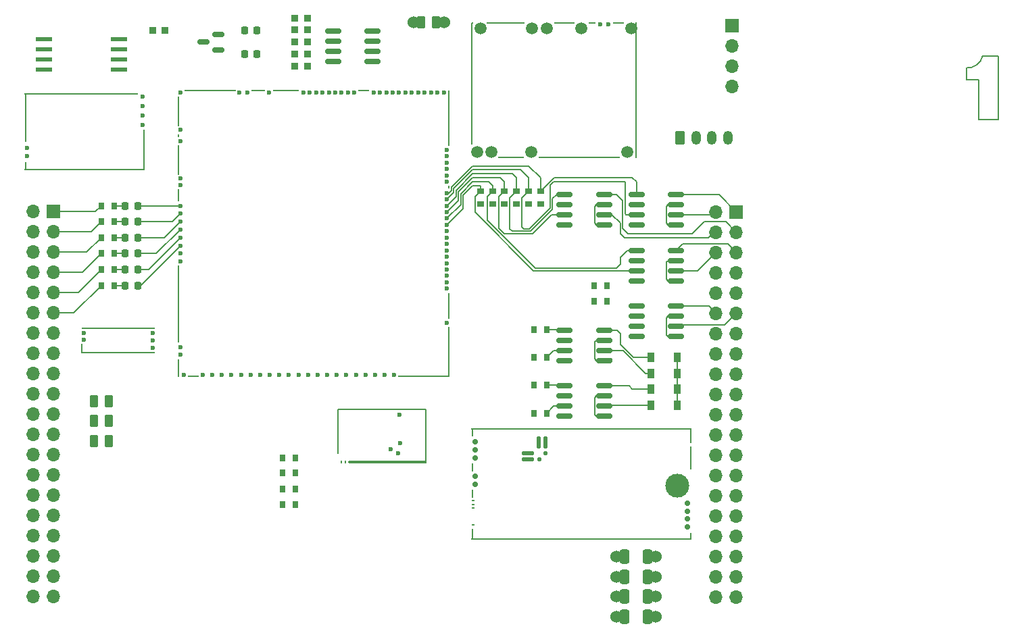
<source format=gbr>
%TF.GenerationSoftware,KiCad,Pcbnew,8.0.7*%
%TF.CreationDate,2024-12-26T23:24:23+03:00*%
%TF.ProjectId,uaefi,75616566-692e-46b6-9963-61645f706362,D*%
%TF.SameCoordinates,Original*%
%TF.FileFunction,Copper,L1,Top*%
%TF.FilePolarity,Positive*%
%FSLAX46Y46*%
G04 Gerber Fmt 4.6, Leading zero omitted, Abs format (unit mm)*
G04 Created by KiCad (PCBNEW 8.0.7) date 2024-12-26 23:24:23*
%MOMM*%
%LPD*%
G01*
G04 APERTURE LIST*
G04 Aperture macros list*
%AMRoundRect*
0 Rectangle with rounded corners*
0 $1 Rounding radius*
0 $2 $3 $4 $5 $6 $7 $8 $9 X,Y pos of 4 corners*
0 Add a 4 corners polygon primitive as box body*
4,1,4,$2,$3,$4,$5,$6,$7,$8,$9,$2,$3,0*
0 Add four circle primitives for the rounded corners*
1,1,$1+$1,$2,$3*
1,1,$1+$1,$4,$5*
1,1,$1+$1,$6,$7*
1,1,$1+$1,$8,$9*
0 Add four rect primitives between the rounded corners*
20,1,$1+$1,$2,$3,$4,$5,0*
20,1,$1+$1,$4,$5,$6,$7,0*
20,1,$1+$1,$6,$7,$8,$9,0*
20,1,$1+$1,$8,$9,$2,$3,0*%
G04 Aperture macros list end*
%TA.AperFunction,EtchedComponent*%
%ADD10C,0.200000*%
%TD*%
%TA.AperFunction,SMDPad,CuDef*%
%ADD11RoundRect,0.085000X-0.340000X-0.340000X0.340000X-0.340000X0.340000X0.340000X-0.340000X0.340000X0*%
%TD*%
%TA.AperFunction,SMDPad,CuDef*%
%ADD12RoundRect,0.070000X-0.280000X-0.390000X0.280000X-0.390000X0.280000X0.390000X-0.280000X0.390000X0*%
%TD*%
%TA.AperFunction,ComponentPad*%
%ADD13C,1.500000*%
%TD*%
%TA.AperFunction,ComponentPad*%
%ADD14C,0.600000*%
%TD*%
%TA.AperFunction,SMDPad,CuDef*%
%ADD15O,3.300000X0.200000*%
%TD*%
%TA.AperFunction,SMDPad,CuDef*%
%ADD16O,10.200000X0.200000*%
%TD*%
%TA.AperFunction,SMDPad,CuDef*%
%ADD17O,0.300000X0.200000*%
%TD*%
%TA.AperFunction,SMDPad,CuDef*%
%ADD18O,0.200000X17.000000*%
%TD*%
%TA.AperFunction,SMDPad,CuDef*%
%ADD19O,0.200000X15.400000*%
%TD*%
%TA.AperFunction,SMDPad,CuDef*%
%ADD20O,4.800000X0.200000*%
%TD*%
%TA.AperFunction,SMDPad,CuDef*%
%ADD21O,2.600000X0.200000*%
%TD*%
%TA.AperFunction,SMDPad,CuDef*%
%ADD22O,1.000000X0.200000*%
%TD*%
%TA.AperFunction,SMDPad,CuDef*%
%ADD23O,1.500000X0.200000*%
%TD*%
%TA.AperFunction,SMDPad,CuDef*%
%ADD24RoundRect,0.218750X-0.218750X-0.256250X0.218750X-0.256250X0.218750X0.256250X-0.218750X0.256250X0*%
%TD*%
%TA.AperFunction,SMDPad,CuDef*%
%ADD25RoundRect,0.070000X0.390000X-0.280000X0.390000X0.280000X-0.390000X0.280000X-0.390000X-0.280000X0*%
%TD*%
%TA.AperFunction,ComponentPad*%
%ADD26R,1.700000X1.700000*%
%TD*%
%TA.AperFunction,ComponentPad*%
%ADD27O,1.700000X1.700000*%
%TD*%
%TA.AperFunction,ComponentPad*%
%ADD28RoundRect,0.250000X-0.350000X-0.625000X0.350000X-0.625000X0.350000X0.625000X-0.350000X0.625000X0*%
%TD*%
%TA.AperFunction,ComponentPad*%
%ADD29O,1.200000X1.750000*%
%TD*%
%TA.AperFunction,SMDPad,CuDef*%
%ADD30RoundRect,0.100000X-0.400000X-0.625000X0.400000X-0.625000X0.400000X0.625000X-0.400000X0.625000X0*%
%TD*%
%TA.AperFunction,SMDPad,CuDef*%
%ADD31RoundRect,0.150000X-0.825000X-0.150000X0.825000X-0.150000X0.825000X0.150000X-0.825000X0.150000X0*%
%TD*%
%TA.AperFunction,SMDPad,CuDef*%
%ADD32RoundRect,0.090000X0.360000X0.510000X-0.360000X0.510000X-0.360000X-0.510000X0.360000X-0.510000X0*%
%TD*%
%TA.AperFunction,SMDPad,CuDef*%
%ADD33O,0.200000X1.225000*%
%TD*%
%TA.AperFunction,SMDPad,CuDef*%
%ADD34O,9.300000X0.200000*%
%TD*%
%TA.AperFunction,ComponentPad*%
%ADD35C,1.524000*%
%TD*%
%TA.AperFunction,SMDPad,CuDef*%
%ADD36RoundRect,0.230000X-0.345000X0.670000X-0.345000X-0.670000X0.345000X-0.670000X0.345000X0.670000X0*%
%TD*%
%TA.AperFunction,SMDPad,CuDef*%
%ADD37RoundRect,0.150000X0.587500X0.150000X-0.587500X0.150000X-0.587500X-0.150000X0.587500X-0.150000X0*%
%TD*%
%TA.AperFunction,SMDPad,CuDef*%
%ADD38O,0.200000X5.669999*%
%TD*%
%TA.AperFunction,SMDPad,CuDef*%
%ADD39O,11.100001X0.200000*%
%TD*%
%TA.AperFunction,SMDPad,CuDef*%
%ADD40O,9.800001X0.399999*%
%TD*%
%TA.AperFunction,SMDPad,CuDef*%
%ADD41O,0.499999X0.250000*%
%TD*%
%TA.AperFunction,SMDPad,CuDef*%
%ADD42O,0.200000X6.799999*%
%TD*%
%TA.AperFunction,SMDPad,CuDef*%
%ADD43O,0.250000X0.499999*%
%TD*%
%TA.AperFunction,ComponentPad*%
%ADD44C,0.599999*%
%TD*%
%TA.AperFunction,SMDPad,CuDef*%
%ADD45R,0.200000X3.700000*%
%TD*%
%TA.AperFunction,SMDPad,CuDef*%
%ADD46R,0.200000X0.400000*%
%TD*%
%TA.AperFunction,SMDPad,CuDef*%
%ADD47R,0.200000X1.600000*%
%TD*%
%TA.AperFunction,SMDPad,CuDef*%
%ADD48R,0.200000X9.700000*%
%TD*%
%TA.AperFunction,SMDPad,CuDef*%
%ADD49R,0.200000X2.300000*%
%TD*%
%TA.AperFunction,SMDPad,CuDef*%
%ADD50R,1.400000X0.200000*%
%TD*%
%TA.AperFunction,SMDPad,CuDef*%
%ADD51R,6.400000X0.200000*%
%TD*%
%TA.AperFunction,SMDPad,CuDef*%
%ADD52R,1.700000X0.200000*%
%TD*%
%TA.AperFunction,SMDPad,CuDef*%
%ADD53R,3.300000X0.200000*%
%TD*%
%TA.AperFunction,SMDPad,CuDef*%
%ADD54R,0.200000X7.000000*%
%TD*%
%TA.AperFunction,SMDPad,CuDef*%
%ADD55R,0.200000X3.300000*%
%TD*%
%TA.AperFunction,SMDPad,CuDef*%
%ADD56R,0.200000X6.300000*%
%TD*%
%TA.AperFunction,SMDPad,CuDef*%
%ADD57RoundRect,0.100000X0.400000X0.625000X-0.400000X0.625000X-0.400000X-0.625000X0.400000X-0.625000X0*%
%TD*%
%TA.AperFunction,SMDPad,CuDef*%
%ADD58RoundRect,0.041300X-0.968700X-0.253700X0.968700X-0.253700X0.968700X0.253700X-0.968700X0.253700X0*%
%TD*%
%TA.AperFunction,SMDPad,CuDef*%
%ADD59RoundRect,0.230000X0.345000X-0.670000X0.345000X0.670000X-0.345000X0.670000X-0.345000X-0.670000X0*%
%TD*%
%TA.AperFunction,ComponentPad*%
%ADD60C,0.700000*%
%TD*%
%TA.AperFunction,SMDPad,CuDef*%
%ADD61C,3.000000*%
%TD*%
%TA.AperFunction,SMDPad,CuDef*%
%ADD62R,0.250000X3.000000*%
%TD*%
%TA.AperFunction,SMDPad,CuDef*%
%ADD63R,0.250000X1.100000*%
%TD*%
%TA.AperFunction,SMDPad,CuDef*%
%ADD64R,0.250000X0.980000*%
%TD*%
%TA.AperFunction,SMDPad,CuDef*%
%ADD65R,0.250000X1.450000*%
%TD*%
%TA.AperFunction,SMDPad,CuDef*%
%ADD66R,27.600000X0.250000*%
%TD*%
%TA.AperFunction,SMDPad,CuDef*%
%ADD67R,0.250000X1.950000*%
%TD*%
%TA.AperFunction,SMDPad,CuDef*%
%ADD68R,0.250000X0.950000*%
%TD*%
%TA.AperFunction,SMDPad,CuDef*%
%ADD69RoundRect,0.125000X0.125000X0.625000X-0.125000X0.625000X-0.125000X-0.625000X0.125000X-0.625000X0*%
%TD*%
%TA.AperFunction,SMDPad,CuDef*%
%ADD70RoundRect,0.125000X0.625000X0.125000X-0.625000X0.125000X-0.625000X-0.125000X0.625000X-0.125000X0*%
%TD*%
%TA.AperFunction,SMDPad,CuDef*%
%ADD71RoundRect,0.125000X-0.125000X0.125000X-0.125000X-0.125000X0.125000X-0.125000X0.125000X0.125000X0*%
%TD*%
%TA.AperFunction,SMDPad,CuDef*%
%ADD72RoundRect,0.125000X0.125000X0.125000X-0.125000X0.125000X-0.125000X-0.125000X0.125000X-0.125000X0*%
%TD*%
%TA.AperFunction,SMDPad,CuDef*%
%ADD73RoundRect,0.125000X-0.125000X-0.000010X0.125000X-0.000010X0.125000X0.000010X-0.125000X0.000010X0*%
%TD*%
%TA.AperFunction,SMDPad,CuDef*%
%ADD74R,0.250000X6.185000*%
%TD*%
%TA.AperFunction,SMDPad,CuDef*%
%ADD75R,0.250000X1.115000*%
%TD*%
%TA.AperFunction,SMDPad,CuDef*%
%ADD76R,14.275000X0.250000*%
%TD*%
%TA.AperFunction,SMDPad,CuDef*%
%ADD77R,15.100000X0.250000*%
%TD*%
%TA.AperFunction,SMDPad,CuDef*%
%ADD78R,0.250000X5.175000*%
%TD*%
%TA.AperFunction,Conductor*%
%ADD79C,0.150000*%
%TD*%
G04 APERTURE END LIST*
D10*
%TO.C,G2*%
X193400409Y-53727092D02*
X193400409Y-52227092D01*
X193400409Y-53727092D02*
X194900409Y-53727092D01*
X194900409Y-53727092D02*
X194900409Y-58727092D01*
X194900409Y-58727092D02*
X197400409Y-58727092D01*
X197400409Y-50727092D02*
X195400409Y-50727092D01*
X197400409Y-58727092D02*
X197400409Y-50727092D01*
X195400409Y-50727092D02*
G75*
G02*
X193400409Y-52227092I-1921601J478801D01*
G01*
%TD*%
D11*
%TO.P,C28,1*%
%TO.N,GND*%
X109209999Y-46000000D03*
%TO.P,C28,2*%
%TO.N,Net-(U4-T-)*%
X110790001Y-46000000D03*
%TD*%
D12*
%TO.P,R12,1*%
%TO.N,GND*%
X139200000Y-85000000D03*
%TO.P,R12,2*%
%TO.N,/LS3*%
X140800000Y-85000000D03*
%TD*%
D13*
%TO.P,M1,E1,VBAT*%
%TO.N,/VBAT*%
X132500000Y-47250002D03*
%TO.P,M1,E2,V12*%
%TO.N,unconnected-(M1-V12-PadE2)*%
X138899997Y-47250002D03*
%TO.P,M1,E3,VIGN*%
%TO.N,/VIGN*%
X140800000Y-47250002D03*
%TO.P,M1,E4,V5*%
%TO.N,+5V*%
X145100000Y-47250002D03*
D14*
%TO.P,M1,E5,EN_5VP*%
%TO.N,/PWR_EN*%
X147499997Y-46800003D03*
%TO.P,M1,E6,PG_5VP*%
%TO.N,Net-(M1-PG_5VP)*%
X148499998Y-46800003D03*
D15*
%TO.P,M1,S1,GND*%
%TO.N,GND*%
X136350000Y-63399998D03*
D16*
X144849998Y-63399998D03*
D17*
X151950000Y-63399998D03*
D18*
X152000000Y-55000000D03*
D19*
X131400000Y-54199999D03*
D13*
X151350000Y-47250002D03*
D17*
X131450000Y-46600001D03*
D20*
X135649998Y-46600001D03*
D21*
X143000000Y-46600001D03*
D22*
X146499997Y-46600001D03*
D23*
X149799998Y-46600001D03*
D13*
%TO.P,M1,V1,V12_PERM*%
%TO.N,+12V_RAW*%
X132049998Y-62749999D03*
%TO.P,M1,V2,IN_VIGN*%
%TO.N,/IN_VIGN*%
X133899997Y-62749999D03*
%TO.P,M1,V3,V12_RAW*%
%TO.N,+12V_RAW*%
X138850000Y-62749999D03*
%TO.P,M1,V4,5VP*%
%TO.N,+5VP*%
X150899998Y-62749999D03*
%TD*%
D24*
%TO.P,F6,1*%
%TO.N,Net-(F6-Pad1)*%
X88000000Y-69500000D03*
%TO.P,F6,2*%
%TO.N,/IGN1*%
X89575000Y-69500000D03*
%TD*%
D25*
%TO.P,R33,1*%
%TO.N,GND*%
X134000000Y-69300000D03*
%TO.P,R33,2*%
%TO.N,/INJ5*%
X134000000Y-67700000D03*
%TD*%
D26*
%TO.P,BLUETOOTH1,1,Pin_1*%
%TO.N,/BT_TX*%
X164000000Y-46960000D03*
D27*
%TO.P,BLUETOOTH1,2,Pin_2*%
%TO.N,/BT_RX*%
X164000000Y-49500000D03*
%TO.P,BLUETOOTH1,3,Pin_3*%
%TO.N,GND*%
X164000000Y-52040000D03*
%TO.P,BLUETOOTH1,4,Pin_4*%
%TO.N,+5VA*%
X164000000Y-54580000D03*
%TD*%
D12*
%TO.P,R10,1*%
%TO.N,GND*%
X139200000Y-92000000D03*
%TO.P,R10,2*%
%TO.N,/LS1*%
X140800000Y-92000000D03*
%TD*%
D24*
%TO.P,L1,1,1*%
%TO.N,/EGT+*%
X102925000Y-47500000D03*
%TO.P,L1,2,2*%
%TO.N,Net-(U4-T+)*%
X104500000Y-47500000D03*
%TD*%
D28*
%TO.P,USB1,1,Pin_1*%
%TO.N,GND*%
X157500000Y-61000000D03*
D29*
%TO.P,USB1,2,Pin_2*%
%TO.N,/USB+*%
X159500000Y-61000000D03*
%TO.P,USB1,3,Pin_3*%
%TO.N,/USB-*%
X161500000Y-61000000D03*
%TO.P,USB1,4,Pin_4*%
%TO.N,/VBUS*%
X163500000Y-61000000D03*
%TD*%
D11*
%TO.P,C31,1*%
%TO.N,GND*%
X109209999Y-50470000D03*
%TO.P,C31,2*%
%TO.N,+3.3VA*%
X110790001Y-50470000D03*
%TD*%
D30*
%TO.P,R8,1*%
%TO.N,/IN_BUTTON3*%
X84049999Y-99005856D03*
%TO.P,R8,2*%
%TO.N,+5VA*%
X85950021Y-99005856D03*
%TD*%
D11*
%TO.P,C29,1*%
%TO.N,Net-(U4-T-)*%
X109209999Y-47470000D03*
%TO.P,C29,2*%
%TO.N,Net-(U4-T+)*%
X110790001Y-47470000D03*
%TD*%
%TO.P,C30,1*%
%TO.N,GND*%
X109209999Y-48970000D03*
%TO.P,C30,2*%
%TO.N,Net-(U4-T+)*%
X110790001Y-48970000D03*
%TD*%
D31*
%TO.P,U9,1,IN1*%
%TO.N,/INJ1*%
X152025000Y-68095000D03*
%TO.P,U9,2,STATUS1*%
%TO.N,unconnected-(U9-STATUS1-Pad2)*%
X152025000Y-69365000D03*
%TO.P,U9,3,IN2*%
%TO.N,/INJ2*%
X152025000Y-70635000D03*
%TO.P,U9,4,STATUS2*%
%TO.N,unconnected-(U9-STATUS2-Pad4)*%
X152025000Y-71905000D03*
%TO.P,U9,5,S2*%
%TO.N,GND*%
X156975000Y-71905000D03*
%TO.P,U9,6,D2*%
%TO.N,/OUT_INJ2*%
X156975000Y-70635000D03*
%TO.P,U9,7,S1*%
%TO.N,GND*%
X156975000Y-69365000D03*
%TO.P,U9,8,D1*%
%TO.N,/OUT_INJ1*%
X156975000Y-68095000D03*
%TD*%
%TO.P,U6,1,IN1*%
%TO.N,/LS_HOT2*%
X152025000Y-82095000D03*
%TO.P,U6,2,STATUS1*%
%TO.N,unconnected-(U6-STATUS1-Pad2)*%
X152025000Y-83365000D03*
%TO.P,U6,3,IN2*%
%TO.N,/LS_HOT1*%
X152025000Y-84635000D03*
%TO.P,U6,4,STATUS2*%
%TO.N,unconnected-(U6-STATUS2-Pad4)*%
X152025000Y-85905000D03*
%TO.P,U6,5,S2*%
%TO.N,GND*%
X156975000Y-85905000D03*
%TO.P,U6,6,D2*%
%TO.N,/OUT_LS_HOT1*%
X156975000Y-84635000D03*
%TO.P,U6,7,S1*%
%TO.N,GND*%
X156975000Y-83365000D03*
%TO.P,U6,8,D1*%
%TO.N,/OUT_LS_HOT2*%
X156975000Y-82095000D03*
%TD*%
D25*
%TO.P,R29,1*%
%TO.N,GND*%
X140000000Y-69300000D03*
%TO.P,R29,2*%
%TO.N,/INJ1*%
X140000000Y-67700000D03*
%TD*%
D32*
%TO.P,D5,1,K*%
%TO.N,+12V_RAW*%
X157150000Y-90500000D03*
%TO.P,D5,2,A*%
%TO.N,/OUT_LS4*%
X153850000Y-90500000D03*
%TD*%
D30*
%TO.P,R7,1*%
%TO.N,/IN_BUTTON2*%
X84049999Y-96502928D03*
%TO.P,R7,2*%
%TO.N,+5VA*%
X85950021Y-96502928D03*
%TD*%
D14*
%TO.P,M2,E1,V5A*%
%TO.N,+5VA*%
X91475000Y-85425002D03*
D33*
%TO.P,M2,E2,GND*%
%TO.N,GND*%
X82575000Y-87400002D03*
D34*
X87125000Y-84825002D03*
X87125000Y-87925002D03*
D14*
X91475000Y-86375002D03*
%TO.P,M2,E3,OUT_KNOCK*%
%TO.N,/IN_KNOCK*%
X91475000Y-87325000D03*
%TO.P,M2,W1,IN_KNOCK*%
%TO.N,/IN_KNOCK_RAW*%
X82775000Y-86325002D03*
%TO.P,M2,W2,VREF*%
%TO.N,/VREF1*%
X82775000Y-85425002D03*
%TD*%
D12*
%TO.P,R21,1*%
%TO.N,/OUT_IGN2*%
X84987500Y-71500000D03*
%TO.P,R21,2*%
%TO.N,Net-(F5-Pad1)*%
X86587500Y-71500000D03*
%TD*%
D25*
%TO.P,R31,1*%
%TO.N,GND*%
X137000000Y-69300000D03*
%TO.P,R31,2*%
%TO.N,/INJ3*%
X137000000Y-67700000D03*
%TD*%
D32*
%TO.P,D4,1,K*%
%TO.N,+12V_RAW*%
X157150000Y-88500000D03*
%TO.P,D4,2,A*%
%TO.N,/OUT_LS3*%
X153850000Y-88500000D03*
%TD*%
D11*
%TO.P,C27,1*%
%TO.N,GND*%
X91419998Y-47500000D03*
%TO.P,C27,2*%
%TO.N,+5VA*%
X93000000Y-47500000D03*
%TD*%
D31*
%TO.P,U11,1,IN1*%
%TO.N,/INJ5*%
X152025000Y-75095000D03*
%TO.P,U11,2,STATUS1*%
%TO.N,unconnected-(U11-STATUS1-Pad2)*%
X152025000Y-76365000D03*
%TO.P,U11,3,IN2*%
%TO.N,/INJ6*%
X152025000Y-77635000D03*
%TO.P,U11,4,STATUS2*%
%TO.N,unconnected-(U11-STATUS2-Pad4)*%
X152025000Y-78905000D03*
%TO.P,U11,5,S2*%
%TO.N,GND*%
X156975000Y-78905000D03*
%TO.P,U11,6,D2*%
%TO.N,/OUT_INJ6*%
X156975000Y-77635000D03*
%TO.P,U11,7,S1*%
%TO.N,GND*%
X156975000Y-76365000D03*
%TO.P,U11,8,D1*%
%TO.N,/OUT_INJ5*%
X156975000Y-75095000D03*
%TD*%
D35*
%TO.P,F1,1,1*%
%TO.N,/12V_KEY*%
X154450000Y-113500000D03*
D36*
X153450010Y-113500000D03*
%TO.P,F1,2,2*%
%TO.N,/IN_VIGN*%
X150549990Y-113500000D03*
D35*
X149550000Y-113500000D03*
%TD*%
D31*
%TO.P,U4,1,GND*%
%TO.N,GND*%
X114025000Y-47595000D03*
%TO.P,U4,2,T-*%
%TO.N,Net-(U4-T-)*%
X114025000Y-48865000D03*
%TO.P,U4,3,T+*%
%TO.N,Net-(U4-T+)*%
X114025000Y-50135000D03*
%TO.P,U4,4,V_CC*%
%TO.N,+3.3VA*%
X114025000Y-51405000D03*
%TO.P,U4,5,SCK*%
%TO.N,/EGT/SPI_SCK*%
X118975000Y-51405000D03*
%TO.P,U4,6,~{CS}*%
%TO.N,/EGT/SPI_CS*%
X118975000Y-50135000D03*
%TO.P,U4,7,SO*%
%TO.N,/EGT/SPI_SO*%
X118975000Y-48865000D03*
%TO.P,U4,8*%
%TO.N,N/C*%
X118975000Y-47595000D03*
%TD*%
D37*
%TO.P,D8,1,K*%
%TO.N,Net-(U4-T-)*%
X99650000Y-49950000D03*
%TO.P,D8,2,K*%
%TO.N,Net-(U4-T+)*%
X99650000Y-48050000D03*
%TO.P,D8,3,A*%
%TO.N,GND*%
X97775000Y-49000000D03*
%TD*%
D24*
%TO.P,L2,1,1*%
%TO.N,/EGT-*%
X102925000Y-50500000D03*
%TO.P,L2,2,2*%
%TO.N,Net-(U4-T-)*%
X104500000Y-50500000D03*
%TD*%
D31*
%TO.P,U7,1,IN1*%
%TO.N,/LS1*%
X143025000Y-92095000D03*
%TO.P,U7,2,STATUS1*%
%TO.N,unconnected-(U7-STATUS1-Pad2)*%
X143025000Y-93365000D03*
%TO.P,U7,3,IN2*%
%TO.N,/LS2*%
X143025000Y-94635000D03*
%TO.P,U7,4,STATUS2*%
%TO.N,unconnected-(U7-STATUS2-Pad4)*%
X143025000Y-95905000D03*
%TO.P,U7,5,S2*%
%TO.N,GND*%
X147975000Y-95905000D03*
%TO.P,U7,6,D2*%
%TO.N,/OUT_LS2*%
X147975000Y-94635000D03*
%TO.P,U7,7,S1*%
%TO.N,GND*%
X147975000Y-93365000D03*
%TO.P,U7,8,D1*%
%TO.N,/OUT_LS1*%
X147975000Y-92095000D03*
%TD*%
D38*
%TO.P,CAN1,E1,GND*%
%TO.N,GND*%
X114637499Y-97780837D03*
D39*
X120112500Y-95043337D03*
D40*
X120812501Y-101643334D03*
D41*
X125437495Y-101643334D03*
D42*
X125612499Y-98380836D03*
D43*
%TO.P,CAN1,S1,CANL*%
%TO.N,/CAN2-*%
X115087501Y-101593336D03*
%TO.P,CAN1,S2,CANH*%
%TO.N,/CAN2+*%
X115587502Y-101593336D03*
D44*
%TO.P,CAN1,V1,V5*%
%TO.N,+5VA*%
X122137499Y-100543338D03*
%TO.P,CAN1,V2,CAN_VIO*%
%TO.N,+3.3VA*%
X121262497Y-100018338D03*
%TO.P,CAN1,V5,CAN_TX*%
%TO.N,/MCU-CAN2TX*%
X122437501Y-99268340D03*
%TO.P,CAN1,V6,CAN_RX*%
%TO.N,/MCU-CAN2RX*%
X122362498Y-95718339D03*
%TD*%
D14*
%TO.P,MCU1,E1,V5A_SWITCHABLE*%
%TO.N,+5VA*%
X128299990Y-84200010D03*
%TO.P,MCU1,E2,GNDA*%
%TO.N,unconnected-(MCU1-GNDA-PadE2)*%
X128300000Y-79900010D03*
%TO.P,MCU1,E3,I2C_SCL_(PB10)*%
%TO.N,unconnected-(MCU1-I2C_SCL_(PB10)-PadE3)*%
X128300000Y-79100020D03*
%TO.P,MCU1,E4,I2C_SDA_(PB11)*%
%TO.N,unconnected-(MCU1-I2C_SDA_(PB11)-PadE4)*%
X128300000Y-78300010D03*
%TO.P,MCU1,E5,IN_VIGN_(PA5)*%
%TO.N,/VIGN*%
X128300000Y-77500010D03*
%TO.P,MCU1,E6,SPI2_CS_/_CAN2_RX_(PB12)*%
%TO.N,/MCU-CAN2RX*%
X128300000Y-76700010D03*
%TO.P,MCU1,E7,SPI2_SCK_/_CAN2_TX_(PB13)*%
%TO.N,/MCU-CAN2TX*%
X128300000Y-75900010D03*
%TO.P,MCU1,E8,SPI2_MISO_(PB14)*%
%TO.N,/DC1_DIS*%
X128300000Y-75100010D03*
%TO.P,MCU1,E9,SPI2_MOSI_(PB15)*%
%TO.N,/DC2_DIR*%
X128300000Y-74300010D03*
%TO.P,MCU1,E10,OUT_INJ8_(PD12)*%
%TO.N,/LS2*%
X128300000Y-73500010D03*
%TO.P,MCU1,E11,OUT_INJ7_(PD15)*%
%TO.N,/LS1*%
X128300000Y-72700010D03*
%TO.P,MCU1,E12,OUT_INJ6_(PA8)*%
%TO.N,/INJ6*%
X128300000Y-71900010D03*
%TO.P,MCU1,E13,OUT_INJ5_(PD2)*%
%TO.N,/INJ5*%
X128300000Y-71100010D03*
%TO.P,MCU1,E14,OUT_INJ4_(PD10)*%
%TO.N,/INJ4*%
X128300000Y-70300010D03*
%TO.P,MCU1,E15,OUT_INJ3_(PD11)*%
%TO.N,/INJ3*%
X128300000Y-69500010D03*
%TO.P,MCU1,E16,OUT_INJ2_(PA9)*%
%TO.N,/INJ2*%
X128299990Y-68700020D03*
%TO.P,MCU1,E17,OUT_INJ1_(PD3)*%
%TO.N,/INJ1*%
X128300000Y-67900010D03*
%TO.P,MCU1,E18,OUT_PWM1_(PD13)*%
%TO.N,/LS3*%
X128300000Y-66500010D03*
%TO.P,MCU1,E19,OUT_PWM2_(PC6)*%
%TO.N,/LS4*%
X128300000Y-65700020D03*
%TO.P,MCU1,E20,OUT_PWM3_(PC7)*%
%TO.N,/DC1_PWM*%
X128300000Y-64900020D03*
%TO.P,MCU1,E21,OUT_PWM4_(PC8)*%
%TO.N,/DC1_DIR*%
X128300000Y-64100020D03*
%TO.P,MCU1,E22,OUT_PWM5_(PC9)*%
%TO.N,/DC2_PWM*%
X128300000Y-63300020D03*
%TO.P,MCU1,E23,OUT_PWM6_(PD14)*%
%TO.N,unconnected-(MCU1-OUT_PWM6_(PD14)-PadE23)*%
X128300000Y-62500010D03*
D45*
%TO.P,MCU1,G,GND*%
%TO.N,GND*%
X94699990Y-57650020D03*
D46*
X94699990Y-60700010D03*
D45*
X94699990Y-63750020D03*
D47*
X94699990Y-68200010D03*
D48*
X94699990Y-81850010D03*
D49*
X94699990Y-89850010D03*
D50*
X96500000Y-90900020D03*
D51*
X98599990Y-55100020D03*
D52*
X104649990Y-55100020D03*
D53*
X108149990Y-55100020D03*
D50*
X117899990Y-55100020D03*
D51*
X125399990Y-90900020D03*
D54*
X128500000Y-58500000D03*
D46*
X128500000Y-67200020D03*
D55*
X128500000Y-82050020D03*
D56*
X128500000Y-87850020D03*
D14*
%TO.P,MCU1,N1,VBUS*%
%TO.N,/VBUS*%
X127900000Y-55300010D03*
%TO.P,MCU1,N2,USBM_(PA11)*%
%TO.N,/USB-*%
X127100000Y-55300010D03*
%TO.P,MCU1,N3,USBP_(PA12)*%
%TO.N,/USB+*%
X126300000Y-55300010D03*
%TO.P,MCU1,N4,USBID_(PA10)*%
%TO.N,/DC2_DIS*%
X125499990Y-55300010D03*
%TO.P,MCU1,N5,SWDIO_(PA13)*%
%TO.N,unconnected-(MCU1-SWDIO_(PA13)-PadN5)*%
X124700000Y-55300010D03*
%TO.P,MCU1,N6,SWCLK_(PA14)*%
%TO.N,unconnected-(MCU1-SWCLK_(PA14)-PadN6)*%
X123900000Y-55300010D03*
%TO.P,MCU1,N7,nReset*%
%TO.N,unconnected-(MCU1-nReset-PadN7)*%
X123100000Y-55300010D03*
%TO.P,MCU1,N8,SWO_(PB3)*%
%TO.N,unconnected-(MCU1-SWO_(PB3)-PadN8)*%
X122299990Y-55300010D03*
%TO.P,MCU1,N9,SPI3_CS_(PA15)*%
%TO.N,/EGT/SPI_CS*%
X121500000Y-55300020D03*
%TO.P,MCU1,N10,SPI3_SCK_(PC10)*%
%TO.N,/EGT/SPI_SCK*%
X120700000Y-55300020D03*
%TO.P,MCU1,N11,SPI3_MISO_(PC11)*%
%TO.N,/EGT/SPI_SO*%
X119900000Y-55300020D03*
%TO.P,MCU1,N12,SPI3_MOSI_(PC12)*%
%TO.N,/PG_5VP*%
X119100000Y-55300020D03*
%TO.P,MCU1,N13,UART2_TX_(PD5)*%
%TO.N,/BT_TX*%
X116699990Y-55300020D03*
%TO.P,MCU1,N14,UART2_RX_(PD6)*%
%TO.N,/BT_RX*%
X115899990Y-55300020D03*
%TO.P,MCU1,N14a,LED_GREEN*%
%TO.N,unconnected-(MCU1-LED_GREEN-PadN14a)*%
X115100000Y-55300010D03*
%TO.P,MCU1,N14b,LED_YELLOW*%
%TO.N,unconnected-(MCU1-LED_YELLOW-PadN14b)*%
X114299990Y-55300010D03*
%TO.P,MCU1,N15,V33_SWITCHABLE*%
%TO.N,+3.3VA*%
X113499990Y-55300010D03*
%TO.P,MCU1,N16,BOOT0*%
%TO.N,unconnected-(MCU1-BOOT0-PadN16)*%
X112699990Y-55300010D03*
%TO.P,MCU1,N17,VBAT*%
%TO.N,/VBAT*%
X111899990Y-55300010D03*
%TO.P,MCU1,N18,UART8_RX_(PE0)*%
%TO.N,unconnected-(MCU1-UART8_RX_(PE0)-PadN18)*%
X111099990Y-55300020D03*
%TO.P,MCU1,N19,UART8_TX_(PE1)*%
%TO.N,/VR_MAX9924*%
X110299990Y-55300020D03*
%TO.P,MCU1,N20,OUT_PWR_EN_(PE10)*%
%TO.N,/PWR_EN*%
X105999990Y-55300020D03*
%TO.P,MCU1,N21,V33*%
%TO.N,+3.3V*%
X103299990Y-55300020D03*
%TO.P,MCU1,N22,VCC*%
%TO.N,+5V*%
X102300000Y-55300020D03*
%TO.P,MCU1,N23,V33*%
%TO.N,unconnected-(MCU1-V33-PadN23)*%
X94899990Y-55300020D03*
%TO.P,MCU1,S1,IN_D4_(PE15)*%
%TO.N,/IN_BUTTON3*%
X121700010Y-90700020D03*
%TO.P,MCU1,S2,IN_D3_(PE14)*%
%TO.N,/IN_HALL3*%
X120500000Y-90700020D03*
%TO.P,MCU1,S3,IN_D2_(PE13)*%
%TO.N,/IN_HALL2*%
X119300000Y-90700020D03*
%TO.P,MCU1,S4,IN_D1_(PE12)*%
%TO.N,/IN_HALL1*%
X118100000Y-90700020D03*
%TO.P,MCU1,S5,VREF2*%
%TO.N,unconnected-(MCU1-VREF2-PadS5)*%
X116900000Y-90700020D03*
%TO.P,MCU1,S6,IN_AUX4_(PC5)*%
%TO.N,/IN_VMAIN*%
X115700000Y-90700020D03*
%TO.P,MCU1,S7,IN_AUX3_(PA7)*%
%TO.N,/IN_AUX3*%
X114500000Y-90700020D03*
%TO.P,MCU1,S8,IN_AUX2_(PC4/PE9)*%
%TO.N,/IN_PPS2*%
X113300000Y-90700020D03*
%TO.P,MCU1,S9,IN_AUX1_(PB0)*%
%TO.N,/IN_TPS2*%
X112100000Y-90700020D03*
%TO.P,MCU1,S10,IN_O2S2_(PA1)*%
%TO.N,/IN_AUX2*%
X110900000Y-90700020D03*
%TO.P,MCU1,S11,IN_O2S_/_CAN_WAKEUP_(PA0)*%
%TO.N,/IN_AUX1*%
X109700000Y-90700020D03*
%TO.P,MCU1,S12,IN_MAP2_(PC1)*%
%TO.N,/INTERNAL_MAP*%
X108500000Y-90700020D03*
%TO.P,MCU1,S13,IN_MAP1_(PC0)*%
%TO.N,/IN_MAP*%
X107300000Y-90700020D03*
%TO.P,MCU1,S14,IN_CRANK_(PB1)*%
%TO.N,/IN_BUTTON1*%
X106100000Y-90700020D03*
%TO.P,MCU1,S15,IN_KNOCK_(PA2)*%
%TO.N,/ADC3*%
X104900000Y-90700020D03*
%TO.P,MCU1,S16,IN_CAM_(PA6)*%
%TO.N,/IN_BUTTON2*%
X103700000Y-90700020D03*
%TO.P,MCU1,S17,IN_VSS_(PE11)*%
%TO.N,/IN_FLEX*%
X102500000Y-90700020D03*
%TO.P,MCU1,S18,IN_TPS_(PA4)*%
%TO.N,/IN_TPS1*%
X101299990Y-90700020D03*
%TO.P,MCU1,S19,IN_PPS_(PA3)*%
%TO.N,/IN_PPS1*%
X100099990Y-90700020D03*
%TO.P,MCU1,S20,IN_IAT_(PC3)*%
%TO.N,/IN_IAT*%
X98899990Y-90700020D03*
%TO.P,MCU1,S21,IN_CLT_(PC2)*%
%TO.N,/IN_CLT*%
X97699990Y-90700020D03*
%TO.P,MCU1,S22,VREF1*%
%TO.N,/VREF1*%
X95299990Y-90700020D03*
%TO.P,MCU1,W1,GNDA*%
%TO.N,GNDA*%
X94899990Y-88200010D03*
%TO.P,MCU1,W2,V5A_SWITCHABLE*%
%TO.N,+5VA*%
X94899990Y-87200010D03*
%TO.P,MCU1,W3,IGN8_(PE6)*%
%TO.N,/LS_HOT2*%
X94899990Y-76500020D03*
%TO.P,MCU1,W4,IGN7_(PB9)*%
%TO.N,/LS_HOT1*%
X94899990Y-75500010D03*
%TO.P,MCU1,W5,IGN6_(PB8)*%
%TO.N,/IGN6*%
X94899990Y-74500020D03*
%TO.P,MCU1,W6,IGN5_(PE2)*%
%TO.N,/IGN5*%
X94899990Y-73500020D03*
%TO.P,MCU1,W7,IGN4_(PE3)*%
%TO.N,/IGN4*%
X94899990Y-72500020D03*
%TO.P,MCU1,W8,IGN3_(PE4)*%
%TO.N,/IGN3*%
X94899990Y-71500020D03*
%TO.P,MCU1,W9,IGN2_(PE5)*%
%TO.N,/IGN2*%
X94899990Y-70500020D03*
%TO.P,MCU1,W10,IGN1_(PC13)*%
%TO.N,/IGN1*%
X94899990Y-69500020D03*
%TO.P,MCU1,W11,CANH*%
%TO.N,/CAN1+*%
X94899990Y-66900020D03*
%TO.P,MCU1,W12,CANL*%
%TO.N,/CAN1-*%
X94899990Y-66100020D03*
%TO.P,MCU1,W13,V33_REF*%
%TO.N,unconnected-(MCU1-V33_REF-PadW13)*%
X94899990Y-61400010D03*
%TO.P,MCU1,W14,V5A_SWITCHABLE*%
%TO.N,unconnected-(MCU1-V5A_SWITCHABLE-PadW14)*%
X94899990Y-60000020D03*
%TD*%
D24*
%TO.P,F7,1*%
%TO.N,Net-(F7-Pad1)*%
X88000000Y-73500000D03*
%TO.P,F7,2*%
%TO.N,/IGN3*%
X89575000Y-73500000D03*
%TD*%
D35*
%TO.P,R4,1,1*%
%TO.N,Net-(M1-PG_5VP)*%
X127905000Y-46500000D03*
D57*
X126950001Y-46500000D03*
%TO.P,R4,2,2*%
%TO.N,/PG_5VP*%
X125049979Y-46500000D03*
D35*
X124095000Y-46500000D03*
%TD*%
D12*
%TO.P,R2,1*%
%TO.N,/IN_VMAIN*%
X107700000Y-103000000D03*
%TO.P,R2,2*%
%TO.N,+12V*%
X109300000Y-103000000D03*
%TD*%
%TO.P,R6,1*%
%TO.N,/IN_KNOCK*%
X107700000Y-106949046D03*
%TO.P,R6,2*%
%TO.N,/ADC3*%
X109300000Y-106949046D03*
%TD*%
%TO.P,R20,1*%
%TO.N,/OUT_IGN1*%
X84987500Y-69500000D03*
%TO.P,R20,2*%
%TO.N,Net-(F6-Pad1)*%
X86587500Y-69500000D03*
%TD*%
D25*
%TO.P,R30,1*%
%TO.N,GND*%
X138500000Y-69300000D03*
%TO.P,R30,2*%
%TO.N,/INJ2*%
X138500000Y-67700000D03*
%TD*%
D12*
%TO.P,R15,1*%
%TO.N,/LS_HOT2*%
X146700000Y-79500000D03*
%TO.P,R15,2*%
%TO.N,GND*%
X148300000Y-79500000D03*
%TD*%
%TO.P,R11,1*%
%TO.N,GND*%
X139200000Y-95500000D03*
%TO.P,R11,2*%
%TO.N,/LS2*%
X140800000Y-95500000D03*
%TD*%
%TO.P,R26,1*%
%TO.N,/OUT_IGN4*%
X84987500Y-75500000D03*
%TO.P,R26,2*%
%TO.N,Net-(F8-Pad1)*%
X86587500Y-75500000D03*
%TD*%
%TO.P,R28,1*%
%TO.N,/OUT_IGN6*%
X84987500Y-79500000D03*
%TO.P,R28,2*%
%TO.N,Net-(F10-Pad1)*%
X86587500Y-79500000D03*
%TD*%
D25*
%TO.P,R34,1*%
%TO.N,GND*%
X132500000Y-69300000D03*
%TO.P,R34,2*%
%TO.N,/INJ6*%
X132500000Y-67700000D03*
%TD*%
D31*
%TO.P,U10,1,IN1*%
%TO.N,/INJ3*%
X143025000Y-68095000D03*
%TO.P,U10,2,STATUS1*%
%TO.N,unconnected-(U10-STATUS1-Pad2)*%
X143025000Y-69365000D03*
%TO.P,U10,3,IN2*%
%TO.N,/INJ4*%
X143025000Y-70635000D03*
%TO.P,U10,4,STATUS2*%
%TO.N,unconnected-(U10-STATUS2-Pad4)*%
X143025000Y-71905000D03*
%TO.P,U10,5,S2*%
%TO.N,GND*%
X147975000Y-71905000D03*
%TO.P,U10,6,D2*%
%TO.N,/OUT_INJ4*%
X147975000Y-70635000D03*
%TO.P,U10,7,S1*%
%TO.N,GND*%
X147975000Y-69365000D03*
%TO.P,U10,8,D1*%
%TO.N,/OUT_INJ3*%
X147975000Y-68095000D03*
%TD*%
D12*
%TO.P,R22,1*%
%TO.N,/OUT_IGN3*%
X84987500Y-73500000D03*
%TO.P,R22,2*%
%TO.N,Net-(F7-Pad1)*%
X86587500Y-73500000D03*
%TD*%
%TO.P,R16,1*%
%TO.N,/LS_HOT1*%
X146700000Y-81449046D03*
%TO.P,R16,2*%
%TO.N,GND*%
X148300000Y-81449046D03*
%TD*%
D25*
%TO.P,R32,1*%
%TO.N,GND*%
X135500000Y-69300000D03*
%TO.P,R32,2*%
%TO.N,/INJ4*%
X135500000Y-67700000D03*
%TD*%
D24*
%TO.P,F8,1*%
%TO.N,Net-(F8-Pad1)*%
X88000000Y-75500000D03*
%TO.P,F8,2*%
%TO.N,/IGN4*%
X89575000Y-75500000D03*
%TD*%
D11*
%TO.P,C32,1*%
%TO.N,GND*%
X109209999Y-51970000D03*
%TO.P,C32,2*%
%TO.N,+3.3VA*%
X110790001Y-51970000D03*
%TD*%
D58*
%TO.P,MAP1,1*%
%TO.N,unconnected-(MAP1-Pad1)*%
X77820000Y-48595000D03*
%TO.P,MAP1,2,Vs*%
%TO.N,+5VA*%
X77820000Y-49865000D03*
%TO.P,MAP1,3,GND*%
%TO.N,GND*%
X77820000Y-51135000D03*
%TO.P,MAP1,4,Vout*%
%TO.N,/INTERNAL_MAP*%
X77820000Y-52405000D03*
%TO.P,MAP1,5*%
%TO.N,unconnected-(MAP1-Pad5)*%
X87180000Y-52405000D03*
%TO.P,MAP1,6*%
%TO.N,unconnected-(MAP1-Pad6)*%
X87180000Y-51135000D03*
%TO.P,MAP1,7*%
%TO.N,unconnected-(MAP1-Pad7)*%
X87180000Y-49865000D03*
%TO.P,MAP1,8*%
%TO.N,unconnected-(MAP1-Pad8)*%
X87180000Y-48595000D03*
%TD*%
D12*
%TO.P,R3,1*%
%TO.N,GND*%
X107700000Y-105000000D03*
%TO.P,R3,2*%
%TO.N,/IN_VMAIN*%
X109300000Y-105000000D03*
%TD*%
D32*
%TO.P,D2,1,K*%
%TO.N,+12V_RAW*%
X157150000Y-92500000D03*
%TO.P,D2,2,A*%
%TO.N,/OUT_LS1*%
X153850000Y-92500000D03*
%TD*%
D35*
%TO.P,F4,1,1*%
%TO.N,+12V*%
X149550000Y-118500000D03*
D59*
X150549990Y-118500000D03*
%TO.P,F4,2,2*%
%TO.N,/DC Driver 1/PWR*%
X153450010Y-118500000D03*
D35*
X154450000Y-118500000D03*
%TD*%
D31*
%TO.P,U8,1,IN1*%
%TO.N,/LS3*%
X143025000Y-85095000D03*
%TO.P,U8,2,STATUS1*%
%TO.N,unconnected-(U8-STATUS1-Pad2)*%
X143025000Y-86365000D03*
%TO.P,U8,3,IN2*%
%TO.N,/LS4*%
X143025000Y-87635000D03*
%TO.P,U8,4,STATUS2*%
%TO.N,unconnected-(U8-STATUS2-Pad4)*%
X143025000Y-88905000D03*
%TO.P,U8,5,S2*%
%TO.N,GND*%
X147975000Y-88905000D03*
%TO.P,U8,6,D2*%
%TO.N,/OUT_LS4*%
X147975000Y-87635000D03*
%TO.P,U8,7,S1*%
%TO.N,GND*%
X147975000Y-86365000D03*
%TO.P,U8,8,D1*%
%TO.N,/OUT_LS3*%
X147975000Y-85095000D03*
%TD*%
D24*
%TO.P,F9,1*%
%TO.N,Net-(F9-Pad1)*%
X88000000Y-77500000D03*
%TO.P,F9,2*%
%TO.N,/IGN5*%
X89575000Y-77500000D03*
%TD*%
D32*
%TO.P,D3,1,K*%
%TO.N,+12V_RAW*%
X157150000Y-94500000D03*
%TO.P,D3,2,A*%
%TO.N,/OUT_LS2*%
X153850000Y-94500000D03*
%TD*%
D35*
%TO.P,F2,1,1*%
%TO.N,+12V*%
X149550000Y-116000000D03*
D59*
X150549990Y-116000000D03*
%TO.P,F2,2,2*%
%TO.N,+12V_RAW*%
X153450010Y-116000000D03*
D35*
X154450000Y-116000000D03*
%TD*%
%TO.P,F3,1,1*%
%TO.N,+12V*%
X149550000Y-121000000D03*
D59*
X150549990Y-121000000D03*
%TO.P,F3,2,2*%
%TO.N,/DC Driver 2/PWR*%
X153450010Y-121000000D03*
D35*
X154450000Y-121000000D03*
%TD*%
D24*
%TO.P,F5,1*%
%TO.N,Net-(F5-Pad1)*%
X88000000Y-71500000D03*
%TO.P,F5,2*%
%TO.N,/IGN2*%
X89575000Y-71500000D03*
%TD*%
D12*
%TO.P,R27,1*%
%TO.N,/OUT_IGN5*%
X84987500Y-77500000D03*
%TO.P,R27,2*%
%TO.N,Net-(F9-Pad1)*%
X86587500Y-77500000D03*
%TD*%
D60*
%TO.P,M3,E1,LSU_Un*%
%TO.N,/WBO_Un*%
X158425000Y-109775000D03*
%TO.P,M3,E2,LSU_Vm*%
%TO.N,/WBO_Vm*%
X158425000Y-106775000D03*
%TO.P,M3,E3,LSU_Ip*%
%TO.N,/WBO_Ip*%
X158425000Y-107775000D03*
%TO.P,M3,E4,LSU_Rtrim*%
%TO.N,/WBO_Rtrim*%
X158425000Y-108775000D03*
D61*
%TO.P,M3,E5,LSU_H+*%
%TO.N,/WBO_Heater*%
X157175000Y-104625000D03*
D62*
%TO.P,M3,E6,LSU_H-*%
%TO.N,GND*%
X158800000Y-101125000D03*
D63*
%TO.P,M3,G,GND*%
X131450000Y-97925000D03*
D64*
X131450000Y-102265000D03*
X131450000Y-105565000D03*
D65*
X131450000Y-110650000D03*
D66*
X145125000Y-97500000D03*
X145125000Y-111250000D03*
D67*
X158800000Y-98350000D03*
D68*
X158800000Y-110900000D03*
D69*
%TO.P,M3,J1,SEL1*%
%TO.N,Net-(M3-PULL_DOWN1)*%
X140625000Y-99150000D03*
D70*
%TO.P,M3,J2,SEL2*%
%TO.N,unconnected-(M3-SEL2-PadJ2)*%
X138450000Y-101325000D03*
D69*
%TO.P,M3,J_GND1,PULL_DOWN1*%
%TO.N,Net-(M3-PULL_DOWN1)*%
X139825000Y-99150000D03*
D71*
%TO.P,M3,J_GND2,PULL_DOWN2*%
%TO.N,unconnected-(M3-PULL_DOWN2-PadJ_GND2)*%
X139875000Y-101325000D03*
D72*
%TO.P,M3,J_VCC1,PULL_UP1*%
%TO.N,unconnected-(M3-PULL_UP1-PadJ_VCC1)*%
X140625000Y-100525000D03*
D70*
%TO.P,M3,J_VCC2,PULL_UP2*%
%TO.N,unconnected-(M3-PULL_UP2-PadJ_VCC2)*%
X138450000Y-100525000D03*
D60*
%TO.P,M3,W1,V5_IN*%
%TO.N,+5VA*%
X131833800Y-100125000D03*
%TO.P,M3,W2,CAN_VIO*%
%TO.N,unconnected-(M3-CAN_VIO-PadW2)*%
X131833800Y-101125000D03*
%TO.P,M3,W3,CANL*%
%TO.N,/CAN1-*%
X131833800Y-104421000D03*
%TO.P,M3,W4,CANH*%
%TO.N,/CAN1+*%
X131833800Y-103405000D03*
D73*
%TO.P,M3,W5,nReset*%
%TO.N,unconnected-(M3-nReset-PadW5)*%
X131575000Y-106425000D03*
%TO.P,M3,W6,SWDIO*%
%TO.N,unconnected-(M3-SWDIO-PadW6)*%
X131575000Y-106925000D03*
%TO.P,M3,W7,SWCLK*%
%TO.N,unconnected-(M3-SWCLK-PadW7)*%
X131575000Y-107425000D03*
%TO.P,M3,W8,V33_OUT*%
%TO.N,unconnected-(M3-V33_OUT-PadW8)*%
X131575000Y-109525000D03*
D60*
%TO.P,M3,W9,VDDA*%
%TO.N,unconnected-(M3-VDDA-PadW9)*%
X131833800Y-99125000D03*
%TD*%
D30*
%TO.P,R5,1*%
%TO.N,/IN_BUTTON1*%
X84049999Y-94000000D03*
%TO.P,R5,2*%
%TO.N,+5VA*%
X85950021Y-94000000D03*
%TD*%
D24*
%TO.P,F10,1*%
%TO.N,Net-(F10-Pad1)*%
X88000000Y-79500000D03*
%TO.P,F10,2*%
%TO.N,/IGN6*%
X89575000Y-79500000D03*
%TD*%
D12*
%TO.P,R13,1*%
%TO.N,GND*%
X139200000Y-88500000D03*
%TO.P,R13,2*%
%TO.N,/LS4*%
X140800000Y-88500000D03*
%TD*%
D14*
%TO.P,M4,E1,NC*%
%TO.N,unconnected-(M4-NC-PadE1)*%
X90137500Y-58200000D03*
%TO.P,M4,E2,NC*%
%TO.N,unconnected-(M4-NC-PadE2)*%
X90137500Y-59400000D03*
%TO.P,M4,E3,OUT*%
%TO.N,/VR_MAX9924*%
X90137500Y-57000000D03*
%TO.P,M4,E4,V5_IN*%
%TO.N,+5VA*%
X90137500Y-55800000D03*
D74*
%TO.P,M4,G,GND*%
%TO.N,GND*%
X75487500Y-58467500D03*
D75*
X75487500Y-64517500D03*
D76*
X82500000Y-55500000D03*
D77*
X82912500Y-64950000D03*
D78*
X90337500Y-62487500D03*
D14*
%TO.P,M4,W1,VR-*%
%TO.N,/VR_MAX9924-*%
X75712500Y-62260000D03*
%TO.P,M4,W2,VR+*%
%TO.N,/VR_MAX9924+*%
X75712500Y-63260000D03*
%TD*%
D12*
%TO.P,R1,1*%
%TO.N,+5VP*%
X107700000Y-101101908D03*
%TO.P,R1,2*%
%TO.N,/VR_MAX9924-*%
X109300000Y-101101908D03*
%TD*%
D26*
%TO.P,SAGSOKET1,1,Pin_1*%
%TO.N,/OUT_INJ1*%
X164540000Y-70260000D03*
D27*
%TO.P,SAGSOKET1,2,Pin_2*%
%TO.N,/OUT_INJ2*%
X162000000Y-70260000D03*
%TO.P,SAGSOKET1,3,Pin_3*%
%TO.N,/OUT_INJ3*%
X164540000Y-72800000D03*
%TO.P,SAGSOKET1,4,Pin_4*%
%TO.N,/OUT_INJ4*%
X162000000Y-72800000D03*
%TO.P,SAGSOKET1,5,Pin_5*%
%TO.N,/OUT_INJ5*%
X164540000Y-75340000D03*
%TO.P,SAGSOKET1,6,Pin_6*%
%TO.N,/OUT_INJ6*%
X162000000Y-75340000D03*
%TO.P,SAGSOKET1,7,Pin_7*%
%TO.N,/OUT_LS1*%
X164540000Y-77880000D03*
%TO.P,SAGSOKET1,8,Pin_8*%
%TO.N,/OUT_LS2*%
X162000000Y-77880000D03*
%TO.P,SAGSOKET1,9,Pin_9*%
%TO.N,/OUT_LS3*%
X164540000Y-80420000D03*
%TO.P,SAGSOKET1,10,Pin_10*%
%TO.N,/OUT_LS4*%
X162000000Y-80420000D03*
%TO.P,SAGSOKET1,11,Pin_11*%
%TO.N,/OUT_LS_HOT1*%
X164540000Y-82960000D03*
%TO.P,SAGSOKET1,12,Pin_12*%
%TO.N,/OUT_LS_HOT2*%
X162000000Y-82960000D03*
%TO.P,SAGSOKET1,13,Pin_13*%
%TO.N,unconnected-(SAGSOKET1-Pin_13-Pad13)*%
X164540000Y-85500000D03*
%TO.P,SAGSOKET1,14,Pin_14*%
%TO.N,unconnected-(SAGSOKET1-Pin_14-Pad14)*%
X162000000Y-85500000D03*
%TO.P,SAGSOKET1,15,Pin_15*%
%TO.N,unconnected-(SAGSOKET1-Pin_15-Pad15)*%
X164540000Y-88040000D03*
%TO.P,SAGSOKET1,16,Pin_16*%
%TO.N,unconnected-(SAGSOKET1-Pin_16-Pad16)*%
X162000000Y-88040000D03*
%TO.P,SAGSOKET1,17,Pin_17*%
%TO.N,unconnected-(SAGSOKET1-Pin_17-Pad17)*%
X164540000Y-90580000D03*
%TO.P,SAGSOKET1,18,Pin_18*%
%TO.N,unconnected-(SAGSOKET1-Pin_18-Pad18)*%
X162000000Y-90580000D03*
%TO.P,SAGSOKET1,19,Pin_19*%
%TO.N,unconnected-(SAGSOKET1-Pin_19-Pad19)*%
X164540000Y-93120000D03*
%TO.P,SAGSOKET1,20,Pin_20*%
%TO.N,unconnected-(SAGSOKET1-Pin_20-Pad20)*%
X162000000Y-93120000D03*
%TO.P,SAGSOKET1,21,Pin_21*%
%TO.N,/OUT_DC2-*%
X164540000Y-95660000D03*
%TO.P,SAGSOKET1,22,Pin_22*%
%TO.N,/OUT_DC2+*%
X162000000Y-95660000D03*
%TO.P,SAGSOKET1,23,Pin_23*%
%TO.N,/OUT_DC1-*%
X164540000Y-98200000D03*
%TO.P,SAGSOKET1,24,Pin_24*%
%TO.N,/OUT_DC1+*%
X162000000Y-98200000D03*
%TO.P,SAGSOKET1,25,Pin_25*%
%TO.N,unconnected-(SAGSOKET1-Pin_25-Pad25)*%
X164540000Y-100740000D03*
%TO.P,SAGSOKET1,26,Pin_26*%
%TO.N,/WBO_Heater*%
X162000000Y-100740000D03*
%TO.P,SAGSOKET1,27,Pin_27*%
%TO.N,/WBO_Vm*%
X164540000Y-103280000D03*
%TO.P,SAGSOKET1,28,Pin_28*%
%TO.N,/WBO_Rtrim*%
X162000000Y-103280000D03*
%TO.P,SAGSOKET1,29,Pin_29*%
%TO.N,/WBO_Un*%
X164540000Y-105820000D03*
%TO.P,SAGSOKET1,30,Pin_30*%
%TO.N,/WBO_Ip*%
X162000000Y-105820000D03*
%TO.P,SAGSOKET1,31,Pin_31*%
%TO.N,unconnected-(SAGSOKET1-Pin_31-Pad31)*%
X164540000Y-108360000D03*
%TO.P,SAGSOKET1,32,Pin_32*%
%TO.N,unconnected-(SAGSOKET1-Pin_32-Pad32)*%
X162000000Y-108360000D03*
%TO.P,SAGSOKET1,33,Pin_33*%
%TO.N,unconnected-(SAGSOKET1-Pin_33-Pad33)*%
X164540000Y-110900000D03*
%TO.P,SAGSOKET1,34,Pin_34*%
%TO.N,unconnected-(SAGSOKET1-Pin_34-Pad34)*%
X162000000Y-110900000D03*
%TO.P,SAGSOKET1,35,Pin_35*%
%TO.N,unconnected-(SAGSOKET1-Pin_35-Pad35)*%
X164540000Y-113440000D03*
%TO.P,SAGSOKET1,36,Pin_36*%
%TO.N,/12V_KEY*%
X162000000Y-113440000D03*
%TO.P,SAGSOKET1,37,Pin_37*%
%TO.N,+12V_RAW*%
X164540000Y-115980000D03*
%TO.P,SAGSOKET1,38,Pin_38*%
%TO.N,+5VP*%
X162000000Y-115980000D03*
%TO.P,SAGSOKET1,39,Pin_39*%
%TO.N,GND*%
X164540000Y-118520000D03*
%TO.P,SAGSOKET1,40,Pin_40*%
X162000000Y-118520000D03*
%TD*%
D26*
%TO.P,SOLSOKET1,1,Pin_1*%
%TO.N,/OUT_IGN1*%
X79000000Y-70220000D03*
D27*
%TO.P,SOLSOKET1,2,Pin_2*%
%TO.N,unconnected-(SOLSOKET1-Pin_2-Pad2)*%
X76460000Y-70220000D03*
%TO.P,SOLSOKET1,3,Pin_3*%
%TO.N,/OUT_IGN2*%
X79000000Y-72760000D03*
%TO.P,SOLSOKET1,4,Pin_4*%
%TO.N,unconnected-(SOLSOKET1-Pin_4-Pad4)*%
X76460000Y-72760000D03*
%TO.P,SOLSOKET1,5,Pin_5*%
%TO.N,/OUT_IGN3*%
X79000000Y-75300000D03*
%TO.P,SOLSOKET1,6,Pin_6*%
%TO.N,unconnected-(SOLSOKET1-Pin_6-Pad6)*%
X76460000Y-75300000D03*
%TO.P,SOLSOKET1,7,Pin_7*%
%TO.N,/OUT_IGN4*%
X79000000Y-77840000D03*
%TO.P,SOLSOKET1,8,Pin_8*%
%TO.N,unconnected-(SOLSOKET1-Pin_8-Pad8)*%
X76460000Y-77840000D03*
%TO.P,SOLSOKET1,9,Pin_9*%
%TO.N,/OUT_IGN5*%
X79000000Y-80380000D03*
%TO.P,SOLSOKET1,10,Pin_10*%
%TO.N,unconnected-(SOLSOKET1-Pin_10-Pad10)*%
X76460000Y-80380000D03*
%TO.P,SOLSOKET1,11,Pin_11*%
%TO.N,/OUT_IGN6*%
X79000000Y-82920000D03*
%TO.P,SOLSOKET1,12,Pin_12*%
%TO.N,unconnected-(SOLSOKET1-Pin_12-Pad12)*%
X76460000Y-82920000D03*
%TO.P,SOLSOKET1,13,Pin_13*%
%TO.N,unconnected-(SOLSOKET1-Pin_13-Pad13)*%
X79000000Y-85460000D03*
%TO.P,SOLSOKET1,14,Pin_14*%
%TO.N,unconnected-(SOLSOKET1-Pin_14-Pad14)*%
X76460000Y-85460000D03*
%TO.P,SOLSOKET1,15,Pin_15*%
%TO.N,unconnected-(SOLSOKET1-Pin_15-Pad15)*%
X79000000Y-88000000D03*
%TO.P,SOLSOKET1,16,Pin_16*%
%TO.N,unconnected-(SOLSOKET1-Pin_16-Pad16)*%
X76460000Y-88000000D03*
%TO.P,SOLSOKET1,17,Pin_17*%
%TO.N,unconnected-(SOLSOKET1-Pin_17-Pad17)*%
X79000000Y-90540000D03*
%TO.P,SOLSOKET1,18,Pin_18*%
%TO.N,/IN_AUX3*%
X76460000Y-90540000D03*
%TO.P,SOLSOKET1,19,Pin_19*%
%TO.N,/IN_AUX2*%
X79000000Y-93080000D03*
%TO.P,SOLSOKET1,20,Pin_20*%
%TO.N,/IN_AUX1*%
X76460000Y-93080000D03*
%TO.P,SOLSOKET1,21,Pin_21*%
%TO.N,/IN_BUTTON1*%
X79000000Y-95620000D03*
%TO.P,SOLSOKET1,22,Pin_22*%
%TO.N,/IN_BUTTON2*%
X76460000Y-95620000D03*
%TO.P,SOLSOKET1,23,Pin_23*%
%TO.N,/IN_BUTTON3*%
X79000000Y-98160000D03*
%TO.P,SOLSOKET1,24,Pin_24*%
%TO.N,unconnected-(SOLSOKET1-Pin_24-Pad24)*%
X76460000Y-98160000D03*
%TO.P,SOLSOKET1,25,Pin_25*%
%TO.N,unconnected-(SOLSOKET1-Pin_25-Pad25)*%
X79000000Y-100700000D03*
%TO.P,SOLSOKET1,26,Pin_26*%
%TO.N,unconnected-(SOLSOKET1-Pin_26-Pad26)*%
X76460000Y-100700000D03*
%TO.P,SOLSOKET1,27,Pin_27*%
%TO.N,unconnected-(SOLSOKET1-Pin_27-Pad27)*%
X79000000Y-103240000D03*
%TO.P,SOLSOKET1,28,Pin_28*%
%TO.N,unconnected-(SOLSOKET1-Pin_28-Pad28)*%
X76460000Y-103240000D03*
%TO.P,SOLSOKET1,29,Pin_29*%
%TO.N,unconnected-(SOLSOKET1-Pin_29-Pad29)*%
X79000000Y-105780000D03*
%TO.P,SOLSOKET1,30,Pin_30*%
%TO.N,unconnected-(SOLSOKET1-Pin_30-Pad30)*%
X76460000Y-105780000D03*
%TO.P,SOLSOKET1,31,Pin_31*%
%TO.N,unconnected-(SOLSOKET1-Pin_31-Pad31)*%
X79000000Y-108320000D03*
%TO.P,SOLSOKET1,32,Pin_32*%
%TO.N,unconnected-(SOLSOKET1-Pin_32-Pad32)*%
X76460000Y-108320000D03*
%TO.P,SOLSOKET1,33,Pin_33*%
%TO.N,/EGT-*%
X79000000Y-110860000D03*
%TO.P,SOLSOKET1,34,Pin_34*%
%TO.N,/EGT+*%
X76460000Y-110860000D03*
%TO.P,SOLSOKET1,35,Pin_35*%
%TO.N,/IN_KNOCK_RAW*%
X79000000Y-113400000D03*
%TO.P,SOLSOKET1,36,Pin_36*%
%TO.N,/IN_MAP*%
X76460000Y-113400000D03*
%TO.P,SOLSOKET1,37,Pin_37*%
%TO.N,/IN_FLEX*%
X79000000Y-115940000D03*
%TO.P,SOLSOKET1,38,Pin_38*%
%TO.N,+5VP*%
X76460000Y-115940000D03*
%TO.P,SOLSOKET1,39,Pin_39*%
%TO.N,GNDA*%
X79000000Y-118480000D03*
%TO.P,SOLSOKET1,40,Pin_40*%
X76460000Y-118480000D03*
%TD*%
D79*
%TO.N,GND*%
X147975000Y-93365000D02*
X147000001Y-93365000D01*
X147000001Y-95905000D02*
X147975000Y-95905000D01*
X155775000Y-85679999D02*
X155775000Y-83590001D01*
X156000001Y-69365000D02*
X155775000Y-69590001D01*
X146775000Y-71679999D02*
X147000001Y-71905000D01*
X147000001Y-86365000D02*
X146775000Y-86590001D01*
X156000001Y-83365000D02*
X156975000Y-83365000D01*
X156000001Y-76365000D02*
X156975000Y-76365000D01*
X155775000Y-78679999D02*
X155775000Y-76590001D01*
X155775000Y-76590001D02*
X156000001Y-76365000D01*
X156000001Y-85905000D02*
X155775000Y-85679999D01*
X147975000Y-69365000D02*
X147000001Y-69365000D01*
X146775000Y-88679999D02*
X147000001Y-88905000D01*
X156000001Y-78905000D02*
X155775000Y-78679999D01*
X146775000Y-93590001D02*
X146775000Y-95679999D01*
X146775000Y-69590001D02*
X146775000Y-71679999D01*
X146775000Y-95679999D02*
X147000001Y-95905000D01*
X147000001Y-69365000D02*
X146775000Y-69590001D01*
X156975000Y-69365000D02*
X156000001Y-69365000D01*
X156000001Y-71905000D02*
X156975000Y-71905000D01*
X156975000Y-85905000D02*
X156000001Y-85905000D01*
X148949999Y-88635000D02*
X147975000Y-88635000D01*
X147975000Y-86365000D02*
X147000001Y-86365000D01*
X156975000Y-78905000D02*
X156000001Y-78905000D01*
X147000001Y-88905000D02*
X147975000Y-88905000D01*
X147000001Y-93365000D02*
X146775000Y-93590001D01*
X155775000Y-71679999D02*
X156000001Y-71905000D01*
X155775000Y-69590001D02*
X155775000Y-71679999D01*
X155775000Y-83590001D02*
X156000001Y-83365000D01*
X146775000Y-86590001D02*
X146775000Y-88679999D01*
X147000001Y-71905000D02*
X147975000Y-71905000D01*
%TO.N,+12V_RAW*%
X157150000Y-92500000D02*
X157150000Y-90500000D01*
X157150000Y-94500000D02*
X157150000Y-92500000D01*
X157150000Y-90500000D02*
X157150000Y-88500000D01*
%TO.N,/OUT_LS1*%
X147975000Y-92095000D02*
X151095000Y-92095000D01*
X151095000Y-92095000D02*
X151500000Y-92500000D01*
X151500000Y-92500000D02*
X153850000Y-92500000D01*
%TO.N,/OUT_LS2*%
X153850000Y-94500000D02*
X148110000Y-94500000D01*
X148110000Y-94500000D02*
X147975000Y-94635000D01*
%TO.N,/OUT_LS3*%
X151619486Y-88500000D02*
X150000000Y-86880514D01*
X149595000Y-85095000D02*
X147975000Y-85095000D01*
X150000000Y-85500000D02*
X149595000Y-85095000D01*
X150000000Y-86880514D02*
X150000000Y-85500000D01*
X153850000Y-88500000D02*
X151619486Y-88500000D01*
%TO.N,/OUT_LS4*%
X150330222Y-87635000D02*
X153195222Y-90500000D01*
X153195222Y-90500000D02*
X153850000Y-90500000D01*
X147975000Y-87635000D02*
X150330222Y-87635000D01*
%TO.N,/OUT_IGN6*%
X79000000Y-82920000D02*
X81567500Y-82920000D01*
X81567500Y-82920000D02*
X84987500Y-79500000D01*
%TO.N,/OUT_IGN5*%
X82107500Y-80380000D02*
X84987500Y-77500000D01*
X79000000Y-80380000D02*
X82107500Y-80380000D01*
%TO.N,/OUT_IGN4*%
X79000000Y-77840000D02*
X82647500Y-77840000D01*
X82647500Y-77840000D02*
X84987500Y-75500000D01*
%TO.N,/OUT_IGN3*%
X83187500Y-75300000D02*
X84987500Y-73500000D01*
X79000000Y-75300000D02*
X83187500Y-75300000D01*
%TO.N,/OUT_IGN2*%
X79000000Y-72760000D02*
X83727500Y-72760000D01*
X83727500Y-72760000D02*
X84987500Y-71500000D01*
%TO.N,/OUT_IGN1*%
X84267500Y-70220000D02*
X84987500Y-69500000D01*
X79000000Y-70220000D02*
X84267500Y-70220000D01*
%TO.N,/OUT_INJ6*%
X159705000Y-77635000D02*
X162000000Y-75340000D01*
X156975000Y-77635000D02*
X159705000Y-77635000D01*
%TO.N,/OUT_INJ5*%
X163465000Y-74265000D02*
X164540000Y-75340000D01*
X156975000Y-75095000D02*
X157805000Y-74265000D01*
X157805000Y-74265000D02*
X163465000Y-74265000D01*
%TO.N,/OUT_INJ4*%
X161000000Y-73500000D02*
X150500000Y-73500000D01*
X150000000Y-71685001D02*
X148949999Y-70635000D01*
X162000000Y-72800000D02*
X161700000Y-72800000D01*
X150000000Y-73000000D02*
X150000000Y-71685001D01*
X150500000Y-73500000D02*
X150000000Y-73000000D01*
X148949999Y-70635000D02*
X147975000Y-70635000D01*
X161700000Y-72800000D02*
X161000000Y-73500000D01*
%TO.N,/OUT_INJ3*%
X149500000Y-68095000D02*
X147975000Y-68095000D01*
X150300000Y-68895000D02*
X149500000Y-68095000D01*
X151000000Y-73000000D02*
X150300000Y-72300000D01*
X160500000Y-71500000D02*
X159000000Y-73000000D01*
X163240000Y-71500000D02*
X160500000Y-71500000D01*
X164540000Y-72800000D02*
X163240000Y-71500000D01*
X159000000Y-73000000D02*
X151000000Y-73000000D01*
X150300000Y-72300000D02*
X150300000Y-68895000D01*
%TO.N,/OUT_INJ2*%
X161625000Y-70635000D02*
X162000000Y-70260000D01*
X156975000Y-70635000D02*
X161625000Y-70635000D01*
%TO.N,/OUT_INJ1*%
X162375000Y-68095000D02*
X164540000Y-70260000D01*
X156975000Y-68095000D02*
X162375000Y-68095000D01*
%TO.N,/LS2*%
X141665000Y-94635000D02*
X143025000Y-94635000D01*
X140800000Y-95500000D02*
X141665000Y-94635000D01*
%TO.N,/LS1*%
X140800000Y-92000000D02*
X142930000Y-92000000D01*
X142930000Y-92000000D02*
X143025000Y-92095000D01*
%TO.N,/INJ6*%
X132500000Y-67000000D02*
X132500000Y-67700000D01*
X130325000Y-68175000D02*
X131500000Y-67000000D01*
X130325000Y-69875010D02*
X130325000Y-68175000D01*
X131815000Y-70315000D02*
X139135000Y-77635000D01*
X131500000Y-67000000D02*
X132500000Y-67000000D01*
X128300000Y-71900010D02*
X130325000Y-69875010D01*
X132500000Y-67700000D02*
X131815000Y-68385000D01*
X131815000Y-68385000D02*
X131815000Y-70315000D01*
X139135000Y-77635000D02*
X152025000Y-77635000D01*
%TO.N,/INJ5*%
X150000000Y-76835000D02*
X150000000Y-76000000D01*
X131500000Y-66525000D02*
X131500000Y-66500000D01*
X131500000Y-66500000D02*
X133500000Y-66500000D01*
X130025000Y-68000000D02*
X131500000Y-66525000D01*
X149500000Y-77335000D02*
X150000000Y-76835000D01*
X150905000Y-75095000D02*
X152025000Y-75095000D01*
X133315000Y-68385000D02*
X133315000Y-71315000D01*
X150000000Y-76000000D02*
X150905000Y-75095000D01*
X134000000Y-67700000D02*
X133315000Y-68385000D01*
X130025000Y-69375010D02*
X130025000Y-68000000D01*
X134000000Y-67000000D02*
X134000000Y-67700000D01*
X128300000Y-71100010D02*
X130025000Y-69375010D01*
X133500000Y-66500000D02*
X134000000Y-67000000D01*
X133315000Y-71315000D02*
X139335000Y-77335000D01*
X139335000Y-77335000D02*
X149500000Y-77335000D01*
%TO.N,/INJ4*%
X135500000Y-73000000D02*
X139000000Y-73000000D01*
X129725000Y-68875010D02*
X129725000Y-67775000D01*
X135000000Y-66000000D02*
X135500000Y-66500000D01*
X139000000Y-73000000D02*
X141365000Y-70635000D01*
X135500000Y-67700000D02*
X134815000Y-68385000D01*
X135500000Y-66500000D02*
X135500000Y-67700000D01*
X131500000Y-66000000D02*
X135000000Y-66000000D01*
X141365000Y-70635000D02*
X143025000Y-70635000D01*
X134815000Y-68385000D02*
X134815000Y-72315000D01*
X134815000Y-72315000D02*
X135500000Y-73000000D01*
X129725000Y-67775000D02*
X131500000Y-66000000D01*
X128300000Y-70300010D02*
X129725000Y-68875010D01*
%TO.N,/INJ3*%
X136500000Y-72700000D02*
X138800000Y-72700000D01*
X142050001Y-68095000D02*
X143025000Y-68095000D01*
X136185000Y-72385000D02*
X136500000Y-72700000D01*
X136500000Y-65500000D02*
X137000000Y-66000000D01*
X131500000Y-65500000D02*
X136500000Y-65500000D01*
X137000000Y-66000000D02*
X137000000Y-67700000D01*
X141500000Y-70000000D02*
X141500000Y-68645001D01*
X129425000Y-68375010D02*
X129425000Y-67575000D01*
X136185000Y-68515000D02*
X136185000Y-72385000D01*
X138800000Y-72700000D02*
X141500000Y-70000000D01*
X128300000Y-69500010D02*
X129425000Y-68375010D01*
X129425000Y-67575000D02*
X131500000Y-65500000D01*
X141500000Y-68645001D02*
X142050001Y-68095000D01*
X137000000Y-67700000D02*
X136185000Y-68515000D01*
%TO.N,/INJ2*%
X150500000Y-66500000D02*
X150600000Y-66600000D01*
X138500000Y-67700000D02*
X137685000Y-68515000D01*
X137900000Y-72400000D02*
X138600000Y-72400000D01*
X128299990Y-68700020D02*
X129125000Y-67875010D01*
X137500000Y-65000000D02*
X138500000Y-66000000D01*
X138500000Y-66000000D02*
X138500000Y-67700000D01*
X150600000Y-66600000D02*
X150600000Y-70500000D01*
X129125000Y-67875010D02*
X129125000Y-67375000D01*
X150600000Y-70500000D02*
X150735000Y-70635000D01*
X131500000Y-65000000D02*
X137500000Y-65000000D01*
X141624264Y-66500000D02*
X150500000Y-66500000D01*
X138600000Y-72400000D02*
X141200000Y-69800000D01*
X137685000Y-68515000D02*
X137685000Y-72185000D01*
X137685000Y-72185000D02*
X137900000Y-72400000D01*
X150735000Y-70635000D02*
X152025000Y-70635000D01*
X141200000Y-66924264D02*
X141624264Y-66500000D01*
X129125000Y-67375000D02*
X131500000Y-65000000D01*
X141200000Y-69800000D02*
X141200000Y-66924264D01*
%TO.N,/INJ1*%
X140000000Y-66000000D02*
X140000000Y-67700000D01*
X152025000Y-68095000D02*
X152025000Y-66525000D01*
X138500000Y-64500000D02*
X140000000Y-66000000D01*
X152025000Y-66525000D02*
X151500000Y-66000000D01*
X141700000Y-66000000D02*
X140000000Y-67700000D01*
X131500000Y-64500000D02*
X138500000Y-64500000D01*
X128825000Y-67175000D02*
X131500000Y-64500000D01*
X151500000Y-66000000D02*
X141700000Y-66000000D01*
X128550010Y-67900010D02*
X128825000Y-67625020D01*
X128300000Y-67900010D02*
X128550010Y-67900010D01*
X128825000Y-67625020D02*
X128825000Y-67175000D01*
%TO.N,/LS3*%
X140800000Y-85000000D02*
X142930000Y-85000000D01*
X142930000Y-85000000D02*
X143025000Y-85095000D01*
%TO.N,/LS4*%
X141665000Y-87635000D02*
X143025000Y-87635000D01*
X140800000Y-88500000D02*
X141665000Y-87635000D01*
%TO.N,/IGN6*%
X89900010Y-79500000D02*
X94899990Y-74500020D01*
X89575000Y-79500000D02*
X89900010Y-79500000D01*
%TO.N,/IGN5*%
X89575000Y-77500000D02*
X90900010Y-77500000D01*
X90900010Y-77500000D02*
X94899990Y-73500020D01*
%TO.N,/IGN4*%
X89575000Y-75500000D02*
X91900010Y-75500000D01*
X94899970Y-72500000D02*
X94899990Y-72500020D01*
X91900010Y-75500000D02*
X94899990Y-72500020D01*
%TO.N,/IGN3*%
X89575000Y-73500000D02*
X92900010Y-73500000D01*
X92900010Y-73500000D02*
X94899990Y-71500020D01*
%TO.N,/IGN2*%
X89575000Y-71500000D02*
X93900010Y-71500000D01*
X93900010Y-71500000D02*
X94899990Y-70500020D01*
%TO.N,/IGN1*%
X89575000Y-69500000D02*
X94899970Y-69500000D01*
X94899970Y-69500000D02*
X94899990Y-69500020D01*
%TO.N,Net-(F5-Pad1)*%
X88000000Y-71500000D02*
X86587500Y-71500000D01*
%TO.N,Net-(F6-Pad1)*%
X88000000Y-69500000D02*
X86587500Y-69500000D01*
%TO.N,Net-(F7-Pad1)*%
X88000000Y-73500000D02*
X86587500Y-73500000D01*
%TO.N,Net-(F8-Pad1)*%
X88000000Y-75500000D02*
X86587500Y-75500000D01*
%TO.N,Net-(F9-Pad1)*%
X88000000Y-77500000D02*
X86587500Y-77500000D01*
%TO.N,Net-(F10-Pad1)*%
X88000000Y-79500000D02*
X86587500Y-79500000D01*
%TO.N,/OUT_LS_HOT1*%
X157185000Y-84425000D02*
X156975000Y-84635000D01*
X163075000Y-84425000D02*
X157185000Y-84425000D01*
X164540000Y-82960000D02*
X163075000Y-84425000D01*
%TO.N,/OUT_LS_HOT2*%
X161135000Y-82095000D02*
X162000000Y-82960000D01*
X156975000Y-82095000D02*
X161135000Y-82095000D01*
%TD*%
M02*

</source>
